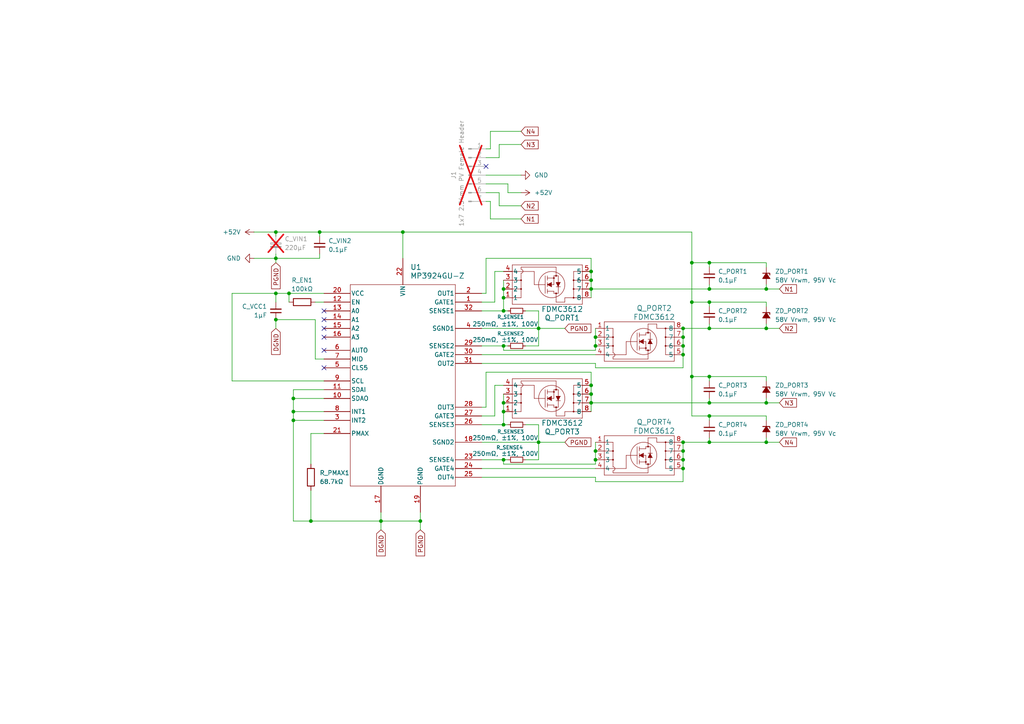
<source format=kicad_sch>
(kicad_sch (version 20250114) (generator "eeschema") (generator_version "9.0")
  (paper "A4")
  (title_block (title "4-Port PSE for HG0402XG V1.0 Ethernet Switch Board") (date "2025-06-09") (rev "1.0") (company "William Gawron"))
  (lib_symbols
    (symbol "Connector:Conn_01x07_Pin" (pin_names (offset 1.016) (hide yes))
      (property "Reference" "J" (at 0 10.16 0))
      (property "Value" "Conn_01x07_Pin" (at 0 -10.16 0))
      (symbol "Conn_01x07_Pin_1_1"
        (rectangle (start 0.8636 7.747) (end 0 7.493) (stroke (width 0.1524)) (fill (type outline)))
        (rectangle (start 0.8636 5.207) (end 0 4.953) (stroke (width 0.1524)) (fill (type outline)))
        (rectangle (start 0.8636 2.667) (end 0 2.413) (stroke (width 0.1524)) (fill (type outline)))
        (rectangle (start 0.8636 0.127) (end 0 -0.127) (stroke (width 0.1524)) (fill (type outline)))
        (rectangle (start 0.8636 -2.413) (end 0 -2.667) (stroke (width 0.1524)) (fill (type outline)))
        (rectangle (start 0.8636 -4.953) (end 0 -5.207) (stroke (width 0.1524)) (fill (type outline)))
        (rectangle (start 0.8636 -7.493) (end 0 -7.747) (stroke (width 0.1524)) (fill (type outline)))
        (polyline (pts (xy 1.27 7.62) (xy 0.8636 7.62)) (stroke (width 0.1524)))
        (polyline (pts (xy 1.27 5.08) (xy 0.8636 5.08)) (stroke (width 0.1524)))
        (polyline (pts (xy 1.27 2.54) (xy 0.8636 2.54)) (stroke (width 0.1524)))
        (polyline (pts (xy 1.27 0) (xy 0.8636 0)) (stroke (width 0.1524)))
        (polyline (pts (xy 1.27 -2.54) (xy 0.8636 -2.54)) (stroke (width 0.1524)))
        (polyline (pts (xy 1.27 -5.08) (xy 0.8636 -5.08)) (stroke (width 0.1524)))
        (polyline (pts (xy 1.27 -7.62) (xy 0.8636 -7.62)) (stroke (width 0.1524)))
        (pin passive line (at 5.08 7.62 180) (length 3.81) (name "Pin_1") (number "1"))
        (pin passive line (at 5.08 5.08 180) (length 3.81) (name "Pin_2") (number "2"))
        (pin passive line (at 5.08 2.54 180) (length 3.81) (name "Pin_3") (number "3"))
        (pin passive line (at 5.08 0 180) (length 3.81) (name "Pin_4") (number "4"))
        (pin passive line (at 5.08 -2.54 180) (length 3.81) (name "Pin_5") (number "5"))
        (pin passive line (at 5.08 -5.08 180) (length 3.81) (name "Pin_6") (number "6"))
        (pin passive line (at 5.08 -7.62 180) (length 3.81) (name "Pin_7") (number "7"))
      )
    )
    (symbol "Device:C_Polarized_Small" (pin_numbers (hide yes)) (pin_names (offset 0.254) (hide yes))
      (property "Reference" "C" (at 0.254 1.778 0))
      (property "Value" "C_Polarized_Small" (at 0.254 -2.032 0))
      (symbol "C_Polarized_Small_0_1"
        (rectangle (start -1.524 0.6858) (end 1.524 0.3048))
        (rectangle (start -1.524 -0.3048) (end 1.524 -0.6858) (fill (type outline)))
        (polyline (pts (xy -1.27 1.524) (xy -0.762 1.524)))
        (polyline (pts (xy -1.016 1.27) (xy -1.016 1.778)))
      )
      (symbol "C_Polarized_Small_1_1"
        (pin passive line (at 0 2.54 270) (length 1.8542) (name "~") (number "1"))
        (pin passive line (at 0 -2.54 90) (length 1.8542) (name "~") (number "2"))
      )
    )
    (symbol "Device:C_Small" (pin_numbers (hide yes)) (pin_names (offset 0.254) (hide yes))
      (property "Reference" "C" (at 0.254 1.778 0))
      (property "Value" "C_Small" (at 0.254 -2.032 0))
      (symbol "C_Small_0_1"
        (polyline (pts (xy -1.524 0.508) (xy 1.524 0.508)) (stroke (width 0.3048)))
        (polyline (pts (xy -1.524 -0.508) (xy 1.524 -0.508)) (stroke (width 0.3302)))
      )
      (symbol "C_Small_1_1"
        (pin passive line (at 0 2.54 270) (length 2.032) (name "~") (number "1"))
        (pin passive line (at 0 -2.54 90) (length 2.032) (name "~") (number "2"))
      )
    )
    (symbol "Device:D_Zener_Small_Filled" (pin_numbers (hide yes)) (pin_names (offset 0.254) (hide yes))
      (property "Reference" "D" (at 0 2.286 0))
      (property "Value" "D_Zener_Small_Filled" (at 0 -2.286 0))
      (symbol "D_Zener_Small_Filled_0_1"
        (polyline (pts (xy -0.254 1.016) (xy -0.762 1.016) (xy -0.762 -1.016)) (stroke (width 0.254)))
        (polyline (pts (xy 0.762 1.016) (xy -0.762 0) (xy 0.762 -1.016) (xy 0.762 1.016)) (stroke (width 0.254)) (fill (type outline)))
        (polyline (pts (xy 0.762 0) (xy -0.762 0)))
      )
      (symbol "D_Zener_Small_Filled_1_1"
        (pin passive line (at -2.54 0 0) (length 1.778) (name "K") (number "1"))
        (pin passive line (at 2.54 0 180) (length 1.778) (name "A") (number "2"))
      )
    )
    (symbol "Device:R" (pin_numbers (hide yes)) (pin_names (offset 0))
      (property "Reference" "R" (at 2.032 0 90))
      (property "Value" "R" (at 0 0 90))
      (symbol "R_0_1"
        (rectangle (start -1.016 -2.54) (end 1.016 2.54) (stroke (width 0.254)))
      )
      (symbol "R_1_1"
        (pin passive line (at 0 3.81 270) (length 1.27) (name "~") (number "1"))
        (pin passive line (at 0 -3.81 90) (length 1.27) (name "~") (number "2"))
      )
    )
    (symbol "Device:R_Small" (pin_numbers (hide yes)) (pin_names (offset 0.254) (hide yes))
      (property "Reference" "R" (at 0 0 90))
      (property "Value" "R_Small" (at 1.778 0 90))
      (symbol "R_Small_0_1"
        (rectangle (start -0.762 1.778) (end 0.762 -1.778) (stroke (width 0.2032)))
      )
      (symbol "R_Small_1_1"
        (pin passive line (at 0 2.54 270) (length 0.762) (name "~") (number "1"))
        (pin passive line (at 0 -2.54 90) (length 0.762) (name "~") (number "2"))
      )
    )
    (symbol "FDMC3612:FDMC3612" (pin_names (offset 0.254))
      (property "Reference" "MOSFET" (at 19.05 10.16 0))
      (property "Value" "FDMC3612" (at 19.05 7.62 0))
      (symbol "FDMC3612_0_1"
        (polyline (pts (xy 8.89 4.445) (xy 8.89 -6.985)) (stroke (width 0.127)))
        (polyline (pts (xy 8.89 2.54) (xy 11.43 2.54)) (stroke (width 0.127)))
        (polyline (pts (xy 8.89 0) (xy 11.43 0)) (stroke (width 0.127)))
        (polyline (pts (xy 8.89 -2.54) (xy 11.43 -2.54)) (stroke (width 0.127)))
        (polyline (pts (xy 8.89 -5.08) (xy 15.24 -5.08)) (stroke (width 0.127)))
        (polyline (pts (xy 8.89 -6.985) (xy 29.21 -6.985)) (stroke (width 0.127)))
        (polyline (pts (xy 11.43 2.54) (xy 11.43 -4.572)) (stroke (width 0.127)))
        (circle (center 11.43 0) (radius 0.127) (stroke (width 0.254)))
        (circle (center 11.43 -2.54) (radius 0.127) (stroke (width 0.254)))
        (arc (start 11.43 -4.572) (mid 12.0015 -5.1435) (end 11.43 -5.715) (stroke (width 0.127)))
        (polyline (pts (xy 11.43 -6.35) (xy 21.59 -6.35)) (stroke (width 0.127)))
        (polyline (pts (xy 15.24 -1.27) (xy 18.415 -1.27)) (stroke (width 0.127)))
        (polyline (pts (xy 15.24 -5.08) (xy 15.24 -1.27)) (stroke (width 0.127)))
        (polyline (pts (xy 18.415 -3.81) (xy 18.415 1.27)) (stroke (width 0.127)))
        (polyline (pts (xy 19.05 0.635) (xy 20.955 0.635)) (stroke (width 0.127)))
        (polyline (pts (xy 19.05 0) (xy 19.05 1.27)) (stroke (width 0.127)))
        (polyline (pts (xy 19.05 -1.905) (xy 19.05 -0.635)) (stroke (width 0.127)))
        (polyline (pts (xy 19.05 -3.175) (xy 20.955 -3.175)) (stroke (width 0.127)))
        (polyline (pts (xy 19.05 -3.81) (xy 19.05 -2.54)) (stroke (width 0.127)))
        (polyline (pts (xy 20.32 -0.635) (xy 19.05 -1.27) (xy 20.32 -1.905)) (fill (type outline)))
        (polyline (pts (xy 20.32 -1.27) (xy 20.955 -1.27)) (stroke (width 0.127)))
        (circle (center 20.32 -1.27) (radius 3.81) (stroke (width 0.127)))
        (polyline (pts (xy 20.955 1.27) (xy 22.225 1.27)) (stroke (width 0.127)))
        (polyline (pts (xy 20.955 0.635) (xy 20.955 1.27)) (stroke (width 0.127)))
        (circle (center 20.955 -3.175) (radius 0.127) (stroke (width 0.254)))
        (polyline (pts (xy 20.955 -3.81) (xy 20.955 -1.27)) (stroke (width 0.127)))
        (polyline (pts (xy 20.955 -3.81) (xy 22.225 -3.81)) (stroke (width 0.127)))
        (polyline (pts (xy 21.59 3.81) (xy 21.59 1.27)) (stroke (width 0.127)))
        (circle (center 21.59 1.27) (radius 0.127) (stroke (width 0.254)))
        (circle (center 21.59 -3.81) (radius 0.127) (stroke (width 0.254)))
        (polyline (pts (xy 21.59 -6.35) (xy 21.59 -3.81)) (stroke (width 0.127)))
        (polyline (pts (xy 22.225 -0.635) (xy 22.225 1.27)) (stroke (width 0.127)))
        (polyline (pts (xy 22.225 -3.81) (xy 22.225 -1.905)) (stroke (width 0.127)))
        (polyline (pts (xy 22.86 -0.635) (xy 21.59 -0.635)) (stroke (width 0.127)))
        (polyline (pts (xy 22.86 -1.905) (xy 21.59 -1.905) (xy 22.225 -0.635)) (fill (type outline)))
        (polyline (pts (xy 24.13 3.81) (xy 21.59 3.81)) (stroke (width 0.127)))
        (polyline (pts (xy 24.13 2.54) (xy 24.13 3.81)) (stroke (width 0.127)))
        (circle (center 26.67 2.54) (radius 0.127) (stroke (width 0.254)))
        (circle (center 26.67 0) (radius 0.127) (stroke (width 0.254)))
        (circle (center 26.67 -2.54) (radius 0.127) (stroke (width 0.254)))
        (polyline (pts (xy 26.67 -5.08) (xy 26.67 2.54)) (stroke (width 0.127)))
        (polyline (pts (xy 29.21 4.445) (xy 8.89 4.445)) (stroke (width 0.127)))
        (polyline (pts (xy 29.21 2.54) (xy 24.13 2.54)) (stroke (width 0.127)))
        (polyline (pts (xy 29.21 0) (xy 26.67 0)) (stroke (width 0.127)))
        (polyline (pts (xy 29.21 -2.54) (xy 26.67 -2.54)) (stroke (width 0.127)))
        (polyline (pts (xy 29.21 -5.08) (xy 26.67 -5.08)) (stroke (width 0.127)))
        (polyline (pts (xy 29.21 -6.985) (xy 29.21 4.445)) (stroke (width 0.127)))
        (pin unspecified line (at 6.35 2.54 0) (length 2.54) (name "1") (number "1"))
        (pin unspecified line (at 6.35 0 0) (length 2.54) (name "2") (number "2"))
        (pin unspecified line (at 6.35 -2.54 0) (length 2.54) (name "3") (number "3"))
        (pin unspecified line (at 6.35 -5.08 0) (length 2.54) (name "4") (number "4"))
        (pin unspecified line (at 31.75 2.54 180) (length 2.54) (name "8") (number "8"))
        (pin unspecified line (at 31.75 0 180) (length 2.54) (name "7") (number "7"))
        (pin unspecified line (at 31.75 -2.54 180) (length 2.54) (name "6") (number "6"))
        (pin unspecified line (at 31.75 -5.08 180) (length 2.54) (name "5") (number "5"))
      )
      (symbol "FDMC3612_1_1"
        (polyline (pts (xy 11.43 -6.35) (xy 11.43 -5.715)) (stroke (width 0.127)))
      )
    )
    (symbol "MP3924GU-Z:MP3924GU-Z" (pin_names (offset 0.254))
      (property "Reference" "U" (at 7.62 9.398 0))
      (property "Value" "MP3924GU-Z" (at 7.62 6.858 0))
      (symbol "MP3924GU-Z_0_1"
        (polyline (pts (xy 7.62 5.08) (xy 7.62 -53.34)) (stroke (width 0.127)))
        (polyline (pts (xy 7.62 -53.34) (xy 38.1 -53.34)) (stroke (width 0.127)))
        (polyline (pts (xy 38.1 5.08) (xy 7.62 5.08)) (stroke (width 0.127)))
        (polyline (pts (xy 38.1 -53.34) (xy 38.1 5.08)) (stroke (width 0.127)))
        (pin power_in line (at 0 2.54 0) (length 7.62) (name "VCC") (number "20"))
        (pin input line (at 0 0 0) (length 7.62) (name "EN") (number "12"))
        (pin unspecified line (at 0 -2.54 0) (length 7.62) (name "A0") (number "13"))
        (pin unspecified line (at 0 -5.08 0) (length 7.62) (name "A1") (number "14"))
        (pin unspecified line (at 0 -7.62 0) (length 7.62) (name "A2") (number "15"))
        (pin unspecified line (at 0 -10.16 0) (length 7.62) (name "A3") (number "16"))
        (pin unspecified line (at 0 -13.97 0) (length 7.62) (name "AUTO") (number "6"))
        (pin unspecified line (at 0 -16.51 0) (length 7.62) (name "MID") (number "7"))
        (pin input line (at 0 -19.05 0) (length 7.62) (name "CLS5") (number "5"))
        (pin input line (at 0 -22.86 0) (length 7.62) (name "SCL") (number "9"))
        (pin input line (at 0 -25.4 0) (length 7.62) (name "SDAI") (number "11"))
        (pin output line (at 0 -27.94 0) (length 7.62) (name "SDAO") (number "10"))
        (pin unspecified line (at 0 -31.75 0) (length 7.62) (name "INT1") (number "8"))
        (pin unspecified line (at 0 -34.29 0) (length 7.62) (name "INT2") (number "3"))
        (pin unspecified line (at 0 -38.1 0) (length 7.62) (name "PMAX") (number "21"))
        (pin power_in line (at 16.51 -60.96 90) (length 7.62) (name "DGND") (number "17"))
        (pin power_in line (at 22.86 12.7 270) (length 7.62) (name "VIN") (number "22"))
        (pin power_in line (at 27.94 -60.96 90) (length 7.62) (name "PGND") (number "19"))
        (pin output line (at 45.72 2.54 180) (length 7.62) (name "OUT1") (number "2"))
        (pin unspecified line (at 45.72 0 180) (length 7.62) (name "GATE1") (number "1"))
        (pin unspecified line (at 45.72 -2.54 180) (length 7.62) (name "SENSE1") (number "32"))
        (pin power_in line (at 45.72 -7.62 180) (length 7.62) (name "SGND1") (number "4"))
        (pin unspecified line (at 45.72 -12.7 180) (length 7.62) (name "SENSE2") (number "29"))
        (pin unspecified line (at 45.72 -15.24 180) (length 7.62) (name "GATE2") (number "30"))
        (pin output line (at 45.72 -17.78 180) (length 7.62) (name "OUT2") (number "31"))
        (pin output line (at 45.72 -30.48 180) (length 7.62) (name "OUT3") (number "28"))
        (pin unspecified line (at 45.72 -33.02 180) (length 7.62) (name "GATE3") (number "27"))
        (pin unspecified line (at 45.72 -35.56 180) (length 7.62) (name "SENSE3") (number "26"))
        (pin power_in line (at 45.72 -40.64 180) (length 7.62) (name "SGND2") (number "18"))
        (pin unspecified line (at 45.72 -48.26 180) (length 7.62) (name "GATE4") (number "24"))
        (pin output line (at 45.72 -50.8 180) (length 7.62) (name "OUT4") (number "25"))
      )
      (symbol "MP3924GU-Z_1_1"
        (pin unspecified line (at 45.72 -45.72 180) (length 7.62) (name "SENSE4") (number "23"))
      )
    )
    (symbol "power:GND" (power) (pin_numbers (hide yes)) (pin_names (offset 0) (hide yes))
      (property "Value" "GND" (at 0 -3.81 0))
      (symbol "GND_0_1"
        (polyline (pts (xy 0 0) (xy 0 -1.27) (xy 1.27 -1.27) (xy 0 -2.54) (xy -1.27 -1.27) (xy 0 -1.27)))
      )
      (symbol "GND_1_1"
        (pin power_in line (at 0 0 270) (length 0) (name "~") (number "1"))
      )
    )
    (symbol "power_but_52v:+52V" (power) (pin_numbers (hide yes)) (pin_names (offset 0) (hide yes))
      (property "Value" "+52V" (at 0 3.556 0))
      (symbol "+52V_0_1"
        (polyline (pts (xy -0.762 1.27) (xy 0 2.54)))
        (polyline (pts (xy 0 2.54) (xy 0.762 1.27)))
        (polyline (pts (xy 0 0) (xy 0 2.54)))
      )
      (symbol "+52V_1_1"
        (pin power_in line (at 0 0 90) (length 0) (name "~") (number "1"))
      )
    )
  )
  (junction (at 198.12 95.25))
  (junction (at 198.12 100.33))
  (junction (at 146.05 133.35))
  (junction (at 205.74 83.82))
  (junction (at 110.49 151.13))
  (junction (at 172.72 130.81))
  (junction (at 80.01 92.71))
  (junction (at 198.12 133.35))
  (junction (at 205.74 87.63))
  (junction (at 146.05 83.82))
  (junction (at 171.45 114.3))
  (junction (at 156.21 95.25))
  (junction (at 198.12 130.81))
  (junction (at 171.45 116.84))
  (junction (at 200.66 109.22))
  (junction (at 171.45 81.28))
  (junction (at 85.09 115.57))
  (junction (at 85.09 119.38))
  (junction (at 85.09 121.92))
  (junction (at 222.25 83.82))
  (junction (at 171.45 83.82))
  (junction (at 205.74 128.27))
  (junction (at 205.74 116.84))
  (junction (at 222.25 128.27))
  (junction (at 80.01 74.93))
  (junction (at 198.12 97.79))
  (junction (at 121.92 151.13))
  (junction (at 146.05 123.19))
  (junction (at 205.74 95.25))
  (junction (at 172.72 97.79))
  (junction (at 172.72 133.35))
  (junction (at 200.66 87.63))
  (junction (at 146.05 100.33))
  (junction (at 80.01 85.09))
  (junction (at 83.82 85.09))
  (junction (at 146.05 90.17))
  (junction (at 80.01 67.31))
  (junction (at 156.21 128.27))
  (junction (at 198.12 102.87))
  (junction (at 205.74 109.22))
  (junction (at 205.74 76.2))
  (junction (at 198.12 128.27))
  (junction (at 92.71 67.31))
  (junction (at 146.05 116.84))
  (junction (at 222.25 116.84))
  (junction (at 198.12 135.89))
  (junction (at 146.05 119.38))
  (junction (at 116.84 67.31))
  (junction (at 90.17 151.13))
  (junction (at 200.66 76.2))
  (junction (at 171.45 111.76))
  (junction (at 146.05 86.36))
  (junction (at 172.72 100.33))
  (junction (at 171.45 78.74))
  (junction (at 205.74 120.65))
  (junction (at 222.25 95.25))
  (no_connect (at 140.97 48.26))
  (no_connect (at 93.98 95.25))
  (no_connect (at 93.98 101.6))
  (no_connect (at 93.98 92.71))
  (no_connect (at 93.98 97.79))
  (no_connect (at 93.98 90.17))
  (no_connect (at 93.98 106.68))
  (wire (pts (xy 121.92 151.13) (xy 121.92 153.67)))
  (wire (pts (xy 139.7 128.27) (xy 156.21 128.27)))
  (wire (pts (xy 93.98 85.09) (xy 83.82 85.09)))
  (wire (pts (xy 222.25 128.27) (xy 226.06 128.27)))
  (wire (pts (xy 171.45 81.28) (xy 171.45 83.82)))
  (wire (pts (xy 205.74 128.27) (xy 198.12 128.27)))
  (wire (pts (xy 92.71 68.58) (xy 92.71 67.31)))
  (wire (pts (xy 142.24 43.18) (xy 140.97 43.18)))
  (wire (pts (xy 156.21 95.25) (xy 163.83 95.25)))
  (wire (pts (xy 163.83 128.27) (xy 156.21 128.27)))
  (wire (pts (xy 139.7 87.63) (xy 143.51 87.63)))
  (wire (pts (xy 205.74 120.65) (xy 200.66 120.65)))
  (wire (pts (xy 146.05 116.84) (xy 146.05 119.38)))
  (wire (pts (xy 147.32 55.88) (xy 151.13 55.88)))
  (wire (pts (xy 222.25 127) (xy 222.25 128.27)))
  (wire (pts (xy 146.05 134.62) (xy 146.05 133.35)))
  (wire (pts (xy 222.25 121.92) (xy 222.25 120.65)))
  (wire (pts (xy 198.12 135.89) (xy 198.12 133.35)))
  (wire (pts (xy 146.05 81.28) (xy 146.05 83.82)))
  (wire (pts (xy 171.45 83.82) (xy 205.74 83.82)))
  (wire (pts (xy 144.78 45.72) (xy 140.97 45.72)))
  (wire (pts (xy 139.7 133.35) (xy 146.05 133.35)))
  (wire (pts (xy 140.97 85.09) (xy 140.97 74.93)))
  (wire (pts (xy 139.7 138.43) (xy 172.72 138.43)))
  (wire (pts (xy 205.74 120.65) (xy 205.74 121.92)))
  (wire (pts (xy 80.01 85.09) (xy 80.01 87.63)))
  (wire (pts (xy 110.49 151.13) (xy 110.49 148.59)))
  (wire (pts (xy 172.72 139.7) (xy 198.12 139.7)))
  (wire (pts (xy 140.97 58.42) (xy 142.24 58.42)))
  (wire (pts (xy 142.24 63.5) (xy 151.13 63.5)))
  (wire (pts (xy 200.66 67.31) (xy 200.66 76.2)))
  (wire (pts (xy 92.71 67.31) (xy 116.84 67.31)))
  (wire (pts (xy 110.49 151.13) (xy 110.49 153.67)))
  (wire (pts (xy 222.25 115.57) (xy 222.25 116.84)))
  (wire (pts (xy 140.97 107.95) (xy 171.45 107.95)))
  (wire (pts (xy 144.78 59.69) (xy 151.13 59.69)))
  (wire (pts (xy 80.01 73.66) (xy 80.01 74.93)))
  (wire (pts (xy 147.32 90.17) (xy 146.05 90.17)))
  (wire (pts (xy 144.78 55.88) (xy 144.78 59.69)))
  (wire (pts (xy 146.05 133.35) (xy 147.32 133.35)))
  (wire (pts (xy 85.09 151.13) (xy 90.17 151.13)))
  (wire (pts (xy 93.98 104.14) (xy 91.44 104.14)))
  (wire (pts (xy 200.66 109.22) (xy 205.74 109.22)))
  (wire (pts (xy 140.97 55.88) (xy 144.78 55.88)))
  (wire (pts (xy 205.74 76.2) (xy 205.74 77.47)))
  (wire (pts (xy 171.45 83.82) (xy 171.45 86.36)))
  (wire (pts (xy 83.82 85.09) (xy 80.01 85.09)))
  (wire (pts (xy 198.12 106.68) (xy 198.12 102.87)))
  (wire (pts (xy 172.72 106.68) (xy 198.12 106.68)))
  (wire (pts (xy 205.74 128.27) (xy 222.25 128.27)))
  (wire (pts (xy 80.01 76.2) (xy 80.01 74.93)))
  (wire (pts (xy 205.74 93.98) (xy 205.74 95.25)))
  (wire (pts (xy 222.25 82.55) (xy 222.25 83.82)))
  (wire (pts (xy 139.7 120.65) (xy 143.51 120.65)))
  (wire (pts (xy 121.92 148.59) (xy 121.92 151.13)))
  (wire (pts (xy 116.84 67.31) (xy 116.84 74.93)))
  (wire (pts (xy 92.71 67.31) (xy 80.01 67.31)))
  (wire (pts (xy 172.72 130.81) (xy 172.72 133.35)))
  (wire (pts (xy 85.09 115.57) (xy 85.09 119.38)))
  (wire (pts (xy 80.01 74.93) (xy 73.66 74.93)))
  (wire (pts (xy 146.05 101.6) (xy 146.05 100.33)))
  (wire (pts (xy 205.74 95.25) (xy 198.12 95.25)))
  (wire (pts (xy 171.45 116.84) (xy 171.45 119.38)))
  (wire (pts (xy 93.98 125.73) (xy 90.17 125.73)))
  (wire (pts (xy 91.44 92.71) (xy 80.01 92.71)))
  (wire (pts (xy 143.51 87.63) (xy 143.51 78.74)))
  (wire (pts (xy 172.72 100.33) (xy 172.72 101.6)))
  (wire (pts (xy 222.25 76.2) (xy 205.74 76.2)))
  (wire (pts (xy 222.25 109.22) (xy 205.74 109.22)))
  (wire (pts (xy 156.21 123.19) (xy 152.4 123.19)))
  (wire (pts (xy 222.25 88.9) (xy 222.25 87.63)))
  (wire (pts (xy 205.74 83.82) (xy 222.25 83.82)))
  (wire (pts (xy 156.21 90.17) (xy 152.4 90.17)))
  (wire (pts (xy 91.44 87.63) (xy 93.98 87.63)))
  (wire (pts (xy 198.12 139.7) (xy 198.12 135.89)))
  (wire (pts (xy 139.7 100.33) (xy 146.05 100.33)))
  (wire (pts (xy 139.7 85.09) (xy 140.97 85.09)))
  (wire (pts (xy 93.98 121.92) (xy 85.09 121.92)))
  (wire (pts (xy 147.32 123.19) (xy 146.05 123.19)))
  (wire (pts (xy 222.25 83.82) (xy 226.06 83.82)))
  (wire (pts (xy 144.78 41.91) (xy 144.78 45.72)))
  (wire (pts (xy 198.12 130.81) (xy 198.12 128.27)))
  (wire (pts (xy 152.4 133.35) (xy 156.21 133.35)))
  (wire (pts (xy 222.25 110.49) (xy 222.25 109.22)))
  (wire (pts (xy 93.98 113.03) (xy 85.09 113.03)))
  (wire (pts (xy 198.12 102.87) (xy 198.12 100.33)))
  (wire (pts (xy 222.25 95.25) (xy 226.06 95.25)))
  (wire (pts (xy 93.98 110.49) (xy 67.31 110.49)))
  (wire (pts (xy 140.97 74.93) (xy 171.45 74.93)))
  (wire (pts (xy 143.51 111.76) (xy 146.05 111.76)))
  (wire (pts (xy 156.21 123.19) (xy 156.21 128.27)))
  (wire (pts (xy 85.09 113.03) (xy 85.09 115.57)))
  (wire (pts (xy 200.66 109.22) (xy 200.66 87.63)))
  (wire (pts (xy 90.17 151.13) (xy 110.49 151.13)))
  (wire (pts (xy 171.45 107.95) (xy 171.45 111.76)))
  (wire (pts (xy 152.4 100.33) (xy 156.21 100.33)))
  (wire (pts (xy 140.97 118.11) (xy 140.97 107.95)))
  (wire (pts (xy 200.66 76.2) (xy 200.66 87.63)))
  (wire (pts (xy 146.05 100.33) (xy 147.32 100.33)))
  (wire (pts (xy 143.51 78.74) (xy 146.05 78.74)))
  (wire (pts (xy 146.05 114.3) (xy 146.05 116.84)))
  (wire (pts (xy 222.25 93.98) (xy 222.25 95.25)))
  (wire (pts (xy 171.45 78.74) (xy 171.45 81.28)))
  (wire (pts (xy 139.7 135.89) (xy 172.72 135.89)))
  (wire (pts (xy 80.01 67.31) (xy 80.01 68.58)))
  (wire (pts (xy 139.7 102.87) (xy 172.72 102.87)))
  (wire (pts (xy 116.84 67.31) (xy 200.66 67.31)))
  (wire (pts (xy 172.72 101.6) (xy 146.05 101.6)))
  (wire (pts (xy 198.12 133.35) (xy 198.12 130.81)))
  (wire (pts (xy 67.31 110.49) (xy 67.31 85.09)))
  (wire (pts (xy 142.24 38.1) (xy 142.24 43.18)))
  (wire (pts (xy 172.72 128.27) (xy 172.72 130.81)))
  (wire (pts (xy 156.21 95.25) (xy 156.21 100.33)))
  (wire (pts (xy 143.51 120.65) (xy 143.51 111.76)))
  (wire (pts (xy 222.25 116.84) (xy 226.06 116.84)))
  (wire (pts (xy 198.12 97.79) (xy 198.12 95.25)))
  (wire (pts (xy 222.25 77.47) (xy 222.25 76.2)))
  (wire (pts (xy 80.01 92.71) (xy 80.01 95.25)))
  (wire (pts (xy 200.66 76.2) (xy 205.74 76.2)))
  (wire (pts (xy 139.7 123.19) (xy 146.05 123.19)))
  (wire (pts (xy 205.74 95.25) (xy 222.25 95.25)))
  (wire (pts (xy 205.74 116.84) (xy 222.25 116.84)))
  (wire (pts (xy 172.72 134.62) (xy 146.05 134.62)))
  (wire (pts (xy 93.98 119.38) (xy 85.09 119.38)))
  (wire (pts (xy 222.25 87.63) (xy 205.74 87.63)))
  (wire (pts (xy 171.45 116.84) (xy 205.74 116.84)))
  (wire (pts (xy 156.21 90.17) (xy 156.21 95.25)))
  (wire (pts (xy 205.74 115.57) (xy 205.74 116.84)))
  (wire (pts (xy 146.05 83.82) (xy 146.05 86.36)))
  (wire (pts (xy 147.32 53.34) (xy 140.97 53.34)))
  (wire (pts (xy 205.74 87.63) (xy 200.66 87.63)))
  (wire (pts (xy 172.72 138.43) (xy 172.72 139.7)))
  (wire (pts (xy 172.72 133.35) (xy 172.72 134.62)))
  (wire (pts (xy 171.45 78.74) (xy 171.45 74.93)))
  (wire (pts (xy 171.45 114.3) (xy 171.45 116.84)))
  (wire (pts (xy 205.74 82.55) (xy 205.74 83.82)))
  (wire (pts (xy 139.7 95.25) (xy 156.21 95.25)))
  (wire (pts (xy 147.32 55.88) (xy 147.32 53.34)))
  (wire (pts (xy 142.24 63.5) (xy 142.24 58.42)))
  (wire (pts (xy 205.74 87.63) (xy 205.74 88.9)))
  (wire (pts (xy 83.82 85.09) (xy 83.82 87.63)))
  (wire (pts (xy 85.09 119.38) (xy 85.09 121.92)))
  (wire (pts (xy 92.71 73.66) (xy 92.71 74.93)))
  (wire (pts (xy 156.21 128.27) (xy 156.21 133.35)))
  (wire (pts (xy 90.17 142.24) (xy 90.17 151.13)))
  (wire (pts (xy 198.12 100.33) (xy 198.12 97.79)))
  (wire (pts (xy 142.24 38.1) (xy 151.13 38.1)))
  (wire (pts (xy 171.45 111.76) (xy 171.45 114.3)))
  (wire (pts (xy 139.7 118.11) (xy 140.97 118.11)))
  (wire (pts (xy 200.66 120.65) (xy 200.66 109.22)))
  (wire (pts (xy 172.72 97.79) (xy 172.72 100.33)))
  (wire (pts (xy 121.92 151.13) (xy 110.49 151.13)))
  (wire (pts (xy 90.17 125.73) (xy 90.17 134.62)))
  (wire (pts (xy 146.05 123.19) (xy 146.05 119.38)))
  (wire (pts (xy 172.72 95.25) (xy 172.72 97.79)))
  (wire (pts (xy 139.7 105.41) (xy 172.72 105.41)))
  (wire (pts (xy 146.05 90.17) (xy 146.05 86.36)))
  (wire (pts (xy 140.97 50.8) (xy 151.13 50.8)))
  (wire (pts (xy 93.98 115.57) (xy 85.09 115.57)))
  (wire (pts (xy 85.09 121.92) (xy 85.09 151.13)))
  (wire (pts (xy 205.74 127) (xy 205.74 128.27)))
  (wire (pts (xy 139.7 90.17) (xy 146.05 90.17)))
  (wire (pts (xy 222.25 120.65) (xy 205.74 120.65)))
  (wire (pts (xy 91.44 104.14) (xy 91.44 92.71)))
  (wire (pts (xy 144.78 41.91) (xy 151.13 41.91)))
  (wire (pts (xy 73.66 67.31) (xy 80.01 67.31)))
  (wire (pts (xy 67.31 85.09) (xy 80.01 85.09)))
  (wire (pts (xy 205.74 109.22) (xy 205.74 110.49)))
  (wire (pts (xy 172.72 105.41) (xy 172.72 106.68)))
  (wire (pts (xy 92.71 74.93) (xy 80.01 74.93)))
  (global_label "N4" (shape input) (at 151.13 38.1 0) (property "Intersheetrefs" "${INTERSHEET_REFS}" (effects (hide yes))))
  (global_label "N1" (shape input) (at 151.13 63.5 0) (property "Intersheetrefs" "${INTERSHEET_REFS}" (effects (hide yes))))
  (global_label "N2" (shape input) (at 226.06 95.25 0) (property "Intersheetrefs" "${INTERSHEET_REFS}" (effects (hide yes))))
  (global_label "PGND" (shape input) (at 163.83 95.25 0) (property "Intersheetrefs" "${INTERSHEET_REFS}" (effects (hide yes))))
  (global_label "PGND" (shape input) (at 80.01 76.2 270) (property "Intersheetrefs" "${INTERSHEET_REFS}" (effects (hide yes))))
  (global_label "DGND" (shape input) (at 80.01 95.25 270) (property "Intersheetrefs" "${INTERSHEET_REFS}" (effects (hide yes))))
  (global_label "N4" (shape input) (at 226.06 128.27 0) (property "Intersheetrefs" "${INTERSHEET_REFS}" (effects (hide yes))))
  (global_label "PGND" (shape input) (at 121.92 153.67 270) (property "Intersheetrefs" "${INTERSHEET_REFS}" (effects (hide yes))))
  (global_label "N1" (shape input) (at 226.06 83.82 0) (property "Intersheetrefs" "${INTERSHEET_REFS}" (effects (hide yes))))
  (global_label "N3" (shape input) (at 151.13 41.91 0) (property "Intersheetrefs" "${INTERSHEET_REFS}" (effects (hide yes))))
  (global_label "N3" (shape input) (at 226.06 116.84 0) (property "Intersheetrefs" "${INTERSHEET_REFS}" (effects (hide yes))))
  (global_label "DGND" (shape input) (at 110.49 153.67 270) (property "Intersheetrefs" "${INTERSHEET_REFS}" (effects (hide yes))))
  (global_label "N2" (shape input) (at 151.13 59.69 0) (property "Intersheetrefs" "${INTERSHEET_REFS}" (effects (hide yes))))
  (global_label "PGND" (shape input) (at 163.83 128.27 0) (property "Intersheetrefs" "${INTERSHEET_REFS}" (effects (hide yes))))
  (symbol (lib_id "Device:C_Small") (at 205.74 113.03 0) (unit 1)
    (property "Reference" "C_PORT3" (at 208.28 111.7662 0) (effects (justify left)))
    (property "Value" "0.1µF" (at 208.28 114.3062 0) (effects (justify left)))
    (property "Footprint" "Capacitor_SMD:C_1206_3216Metric" (effects (hide yes)))
    (property "Description" "Unpolarized capacitor, small symbol" (effects (hide yes)))
  )
  (symbol (lib_id "power_but_52v:+52V") (at 151.13 55.88 270) (unit 1)
    (property "Reference" "#PWR03" (effects (hide yes)))
    (property "Value" "+52V" (at 154.94 55.8799 90) (effects (justify left)))
    (property "Description" "Power symbol creates a global label with name {dblquote}+52V{dblquote}" (effects (hide yes)))
  )
  (symbol (lib_id "Device:D_Zener_Small_Filled") (at 222.25 124.46 270) (unit 1)
    (property "Reference" "ZD_PORT4" (at 224.79 123.1899 90) (effects (justify left)))
    (property "Value" "58V Vrwm, 95V Vc" (at 224.79 125.7299 90) (effects (justify left)))
    (property "Footprint" "Diode_SMD:D_SMB" (effects (hide yes)))
    (property "Description" "Zener diode, small symbol, filled shape" (effects (hide yes)))
  )
  (symbol (lib_id "Device:C_Small") (at 205.74 91.44 0) (unit 1)
    (property "Reference" "C_PORT2" (at 208.28 90.1762 0) (effects (justify left)))
    (property "Value" "0.1µF" (at 208.28 92.7162 0) (effects (justify left)))
    (property "Footprint" "Capacitor_SMD:C_1206_3216Metric" (effects (hide yes)))
    (property "Description" "Unpolarized capacitor, small symbol" (effects (hide yes)))
  )
  (symbol (lib_id "Device:C_Small") (at 205.74 124.46 0) (unit 1)
    (property "Reference" "C_PORT4" (at 208.28 123.1962 0) (effects (justify left)))
    (property "Value" "0.1µF" (at 208.28 125.7362 0) (effects (justify left)))
    (property "Footprint" "Capacitor_SMD:C_1206_3216Metric" (effects (hide yes)))
    (property "Description" "Unpolarized capacitor, small symbol" (effects (hide yes)))
  )
  (symbol (lib_id "Device:D_Zener_Small_Filled") (at 222.25 113.03 270) (unit 1)
    (property "Reference" "ZD_PORT3" (at 224.79 111.7599 90) (effects (justify left)))
    (property "Value" "58V Vrwm, 95V Vc" (at 224.79 114.2999 90) (effects (justify left)))
    (property "Footprint" "Diode_SMD:D_SMB" (effects (hide yes)))
    (property "Description" "Zener diode, small symbol, filled shape" (effects (hide yes)))
  )
  (symbol (lib_id "Device:D_Zener_Small_Filled") (at 222.25 91.44 270) (unit 1)
    (property "Reference" "ZD_PORT2" (at 224.79 90.1699 90) (effects (justify left)))
    (property "Value" "58V Vrwm, 95V Vc" (at 224.79 92.7099 90) (effects (justify left)))
    (property "Footprint" "Diode_SMD:D_SMB" (effects (hide yes)))
    (property "Description" "Zener diode, small symbol, filled shape" (effects (hide yes)))
  )
  (symbol (lib_id "FDMC3612:FDMC3612") (at 139.7 83.82 0) (mirror x) (unit 1)
    (property "Reference" "Q_PORT1" (at 163.068 92.202 0) (effects (font (size 1.524 1.524))))
    (property "Value" "FDMC3612" (at 163.068 89.662 0) (effects (font (size 1.524 1.524))))
    (property "Footprint" "MLP8_3P3X3P3_ONS" (effects (hide yes)))
    (property "Datasheet" "FDMC3612" (effects (hide yes)))
  )
  (symbol (lib_id "Connector:Conn_01x07_Pin") (at 135.89 50.8 0) (unit 1) (dnp yes)
    (property "Reference" "J1" (at 131.572 50.8 90))
    (property "Value" "1x7 2.54mm PV Female Header" (at 133.858 50.292 90))
    (property "Footprint" "Connector_PinSocket_2.54mm:PinSocket_1x07_P2.54mm_Vertical" (effects (hide yes)))
  )
  (symbol (lib_id "Device:R_Small") (at 149.86 133.35 90) (unit 1)
    (property "Reference" "R_SENSE4" (at 147.828 129.794 90) (effects (font (size 1.016 1.016))))
    (property "Value" "250mΩ, ±1%, 100V" (at 146.558 131.572 90))
    (property "Footprint" "Resistor_SMD:R_1206_3216Metric" (effects (hide yes)))
    (property "Description" "Resistor, small symbol" (effects (hide yes)))
  )
  (symbol (lib_id "power:GND") (at 73.66 74.93 270) (unit 1)
    (property "Reference" "#PWR02" (effects (hide yes)))
    (property "Value" "GND" (at 69.85 74.9299 90) (effects (justify right)))
    (property "Description" "Power symbol creates a global label with name \"GND\" , ground" (effects (hide yes)))
  )
  (symbol (lib_id "Device:C_Polarized_Small") (at 80.01 71.12 0) (unit 1) (dnp yes)
    (property "Reference" "C_VIN1" (at 82.55 69.3038 0) (effects (justify left)))
    (property "Value" "220µF" (at 82.55 71.8438 0) (effects (justify left)))
    (property "Footprint" "Capacitor_THT:CP_Radial_D16.0mm_P7.50mm" (effects (hide yes)))
    (property "Description" "Polarized capacitor, small symbol" (effects (hide yes)))
  )
  (symbol (lib_id "FDMC3612:FDMC3612") (at 166.37 130.81 0) (unit 1)
    (property "Reference" "Q_PORT4" (at 189.738 122.428 0) (effects (font (size 1.524 1.524))))
    (property "Value" "FDMC3612" (at 189.738 124.968 0) (effects (font (size 1.524 1.524))))
    (property "Footprint" "MLP8_3P3X3P3_ONS" (effects (hide yes)))
    (property "Datasheet" "FDMC3612" (effects (hide yes)))
  )
  (symbol (lib_id "Device:R_Small") (at 149.86 100.33 90) (unit 1)
    (property "Reference" "R_SENSE2" (at 148.082 96.774 90) (effects (font (size 1.016 1.016))))
    (property "Value" "250mΩ, ±1%, 100V" (at 146.558 98.552 90))
    (property "Footprint" "Resistor_SMD:R_1206_3216Metric" (effects (hide yes)))
    (property "Description" "Resistor, small symbol" (effects (hide yes)))
  )
  (symbol (lib_id "Device:R_Small") (at 149.86 123.19 90) (unit 1)
    (property "Reference" "R_SENSE3" (at 148.082 125.222 90) (effects (font (size 1.016 1.016))))
    (property "Value" "250mΩ, ±1%, 100V" (at 146.558 127 90))
    (property "Footprint" "Resistor_SMD:R_1206_3216Metric" (effects (hide yes)))
    (property "Description" "Resistor, small symbol" (effects (hide yes)))
  )
  (symbol (lib_id "Device:D_Zener_Small_Filled") (at 222.25 80.01 270) (unit 1)
    (property "Reference" "ZD_PORT1" (at 224.79 78.7399 90) (effects (justify left)))
    (property "Value" "58V Vrwm, 95V Vc" (at 224.79 81.2799 90) (effects (justify left)))
    (property "Footprint" "Diode_SMD:D_SMB" (effects (hide yes)))
    (property "Description" "Zener diode, small symbol, filled shape" (effects (hide yes)))
  )
  (symbol (lib_id "Device:R_Small") (at 149.86 90.17 90) (unit 1)
    (property "Reference" "R_SENSE1" (at 148.082 91.948 90) (effects (font (size 1.016 1.016))))
    (property "Value" "250mΩ, ±1%, 100V" (at 146.558 93.98 90))
    (property "Footprint" "Resistor_SMD:R_1206_3216Metric" (effects (hide yes)))
    (property "Description" "Resistor, small symbol" (effects (hide yes)))
  )
  (symbol (lib_id "FDMC3612:FDMC3612") (at 166.37 97.79 0) (unit 1)
    (property "Reference" "Q_PORT2" (at 189.738 89.408 0) (effects (font (size 1.524 1.524))))
    (property "Value" "FDMC3612" (at 189.738 91.948 0) (effects (font (size 1.524 1.524))))
    (property "Footprint" "MLP8_3P3X3P3_ONS" (effects (hide yes)))
    (property "Datasheet" "FDMC3612" (effects (hide yes)))
  )
  (symbol (lib_id "Device:C_Small") (at 80.01 90.17 0) (mirror x) (unit 1)
    (property "Reference" "C_VCC1" (at 77.47 88.8935 0) (effects (justify right)))
    (property "Value" "1µF" (at 77.47 91.4335 0) (effects (justify right)))
    (property "Footprint" "Capacitor_SMD:C_0603_1608Metric" (effects (hide yes)))
    (property "Description" "Unpolarized capacitor, small symbol" (effects (hide yes)))
  )
  (symbol (lib_id "Device:C_Small") (at 205.74 80.01 0) (unit 1)
    (property "Reference" "C_PORT1" (at 208.28 78.7462 0) (effects (justify left)))
    (property "Value" "0.1µF" (at 208.28 81.2862 0) (effects (justify left)))
    (property "Footprint" "Capacitor_SMD:C_1206_3216Metric" (effects (hide yes)))
    (property "Description" "Unpolarized capacitor, small symbol" (effects (hide yes)))
  )
  (symbol (lib_id "Device:R") (at 90.17 138.43 180) (unit 1)
    (property "Reference" "R_PMAX1" (at 92.71 137.1599 0) (effects (justify right)))
    (property "Value" "68.7kΩ" (at 92.71 139.6999 0) (effects (justify right)))
    (property "Footprint" "Resistor_SMD:R_1206_3216Metric" (effects (hide yes)))
    (property "Description" "Resistor" (effects (hide yes)))
  )
  (symbol (lib_id "FDMC3612:FDMC3612") (at 139.7 116.84 0) (mirror x) (unit 1)
    (property "Reference" "Q_PORT3" (at 163.068 125.222 0) (effects (font (size 1.524 1.524))))
    (property "Value" "FDMC3612" (at 163.068 122.682 0) (effects (font (size 1.524 1.524))))
    (property "Footprint" "MLP8_3P3X3P3_ONS" (effects (hide yes)))
    (property "Datasheet" "FDMC3612" (effects (hide yes)))
  )
  (symbol (lib_id "Device:R") (at 87.63 87.63 90) (unit 1)
    (property "Reference" "R_EN1" (at 87.63 81.28 90))
    (property "Value" "100kΩ" (at 87.63 83.82 90))
    (property "Footprint" "Resistor_SMD:R_0603_1608Metric" (effects (hide yes)))
    (property "Description" "Resistor" (effects (hide yes)))
  )
  (symbol (lib_id "MP3924GU-Z:MP3924GU-Z") (at 93.98 87.63 0) (unit 1)
    (property "Reference" "U1" (at 118.9833 77.47 0) (effects (font (size 1.524 1.524)) (justify left)))
    (property "Value" "MP3924GU-Z" (at 118.9833 80.01 0) (effects (font (size 1.524 1.524)) (justify left)))
    (property "Footprint" "QFN-32_MP3924_MNP" (effects (hide yes)))
    (property "Datasheet" "MP3924GU-Z" (effects (hide yes)))
  )
  (symbol (lib_id "power:GND") (at 151.13 50.8 90) (unit 1)
    (property "Reference" "#PWR04" (effects (hide yes)))
    (property "Value" "GND" (at 154.94 50.7999 90) (effects (justify right)))
    (property "Description" "Power symbol creates a global label with name \"GND\" , ground" (effects (hide yes)))
  )
  (symbol (lib_id "Device:C_Small") (at 92.71 71.12 0) (unit 1)
    (property "Reference" "C_VIN2" (at 95.25 69.8562 0) (effects (justify left)))
    (property "Value" "0.1µF" (at 95.25 72.3962 0) (effects (justify left)))
    (property "Footprint" "Capacitor_SMD:C_1206_3216Metric" (effects (hide yes)))
    (property "Description" "Unpolarized capacitor, small symbol" (effects (hide yes)))
  )
  (symbol (lib_id "power_but_52v:+52V") (at 73.66 67.31 90) (unit 1)
    (property "Reference" "#PWR01" (effects (hide yes)))
    (property "Value" "+52V" (at 69.85 67.3099 90) (effects (justify left)))
    (property "Description" "Power symbol creates a global label with name {dblquote}+52V{dblquote}" (effects (hide yes)))
  )
)
</source>
